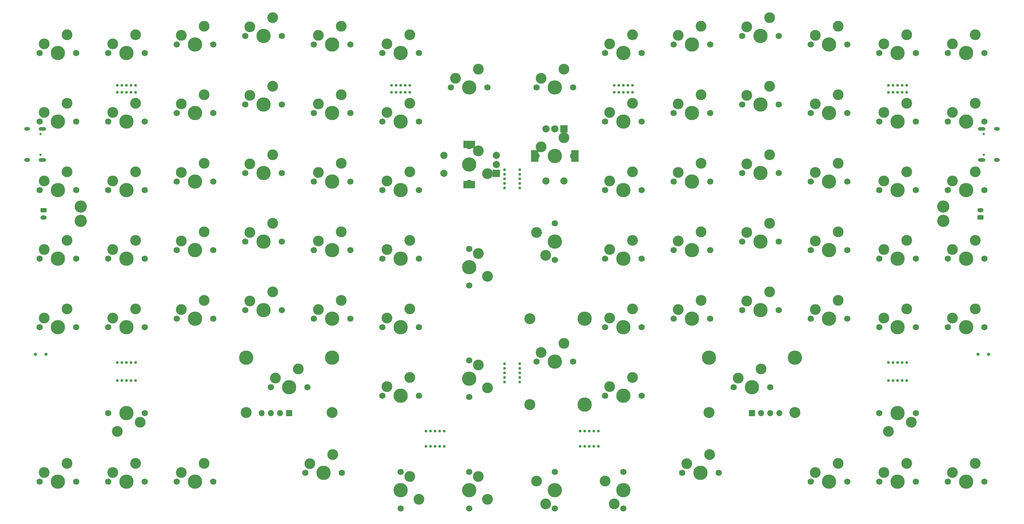
<source format=gts>
G04 #@! TF.GenerationSoftware,KiCad,Pcbnew,(5.1.10-1-10_14)*
G04 #@! TF.CreationDate,2021-09-12T14:18:21+10:00*
G04 #@! TF.ProjectId,pcb,7063622e-6b69-4636-9164-5f7063625858,rev?*
G04 #@! TF.SameCoordinates,Original*
G04 #@! TF.FileFunction,Soldermask,Top*
G04 #@! TF.FilePolarity,Negative*
%FSLAX46Y46*%
G04 Gerber Fmt 4.6, Leading zero omitted, Abs format (unit mm)*
G04 Created by KiCad (PCBNEW (5.1.10-1-10_14)) date 2021-09-12 14:18:21*
%MOMM*%
%LPD*%
G01*
G04 APERTURE LIST*
%ADD10O,3.400000X3.400000*%
%ADD11C,3.000000*%
%ADD12C,3.987800*%
%ADD13C,1.750000*%
%ADD14C,3.048000*%
%ADD15O,1.750000X1.200000*%
%ADD16O,1.700000X1.700000*%
%ADD17R,1.700000X1.700000*%
%ADD18C,0.787400*%
%ADD19C,2.000000*%
%ADD20R,2.000000X3.200000*%
%ADD21R,2.000000X2.000000*%
%ADD22R,3.200000X2.000000*%
%ADD23C,0.650000*%
%ADD24O,2.100000X1.000000*%
%ADD25O,1.600000X1.000000*%
%ADD26C,0.900000*%
G04 APERTURE END LIST*
D10*
X246062500Y-46656250D03*
X246062500Y-42656250D03*
X6350000Y-42656250D03*
X6350000Y-46656250D03*
D11*
X119380000Y-93027500D03*
D12*
X114300000Y-90487500D03*
D11*
X116840000Y-86677500D03*
D13*
X114300000Y-85407500D03*
X114300000Y-95567500D03*
X5080000Y-119062500D03*
X-5080000Y-119062500D03*
D11*
X-3810000Y-116522500D03*
D12*
X0Y-119062500D03*
D11*
X2540000Y-113982500D03*
D13*
X162242500Y-57150000D03*
X152082500Y-57150000D03*
D11*
X153352500Y-54610000D03*
D12*
X157162500Y-57150000D03*
D11*
X159702500Y-52070000D03*
X140652500Y-80645000D03*
D12*
X138112500Y-85725000D03*
D11*
X134302500Y-83185000D03*
D13*
X133032500Y-85725000D03*
X143192500Y-85725000D03*
D14*
X131127500Y-73787000D03*
D12*
X146367500Y-73787000D03*
X146367500Y-97663000D03*
D14*
X131127500Y-97663000D03*
D13*
X43180000Y-73818750D03*
X33020000Y-73818750D03*
D11*
X34290000Y-71278750D03*
D12*
X38100000Y-73818750D03*
D11*
X40640000Y-68738750D03*
D15*
X256381250Y-43656250D03*
G36*
G01*
X257006251Y-46256250D02*
X255756249Y-46256250D01*
G75*
G02*
X255506250Y-46006251I0J249999D01*
G01*
X255506250Y-45306249D01*
G75*
G02*
X255756249Y-45056250I249999J0D01*
G01*
X257006251Y-45056250D01*
G75*
G02*
X257256250Y-45306249I0J-249999D01*
G01*
X257256250Y-46006251D01*
G75*
G02*
X257006251Y-46256250I-249999J0D01*
G01*
G37*
X-3968750Y-45656250D03*
G36*
G01*
X-4593751Y-43056250D02*
X-3343749Y-43056250D01*
G75*
G02*
X-3093750Y-43306249I0J-249999D01*
G01*
X-3093750Y-44006251D01*
G75*
G02*
X-3343749Y-44256250I-249999J0D01*
G01*
X-4593751Y-44256250D01*
G75*
G02*
X-4843750Y-44006251I0J249999D01*
G01*
X-4843750Y-43306249D01*
G75*
G02*
X-4593751Y-43056250I249999J0D01*
G01*
G37*
D16*
X200501250Y-100012500D03*
X197961250Y-100012500D03*
X195421250Y-100012500D03*
D17*
X192881250Y-100012500D03*
D18*
X97790000Y-8985250D03*
X96520000Y-8985250D03*
X92710000Y-8985250D03*
X93980000Y-8985250D03*
X95250000Y-8985250D03*
X92710000Y-10858500D03*
X93980000Y-10858500D03*
X97790000Y-10858500D03*
X96520000Y-10858500D03*
X95250000Y-10858500D03*
D13*
X5080000Y0D03*
X-5080000Y0D03*
D11*
X-3810000Y2540000D03*
D12*
X0Y0D03*
D11*
X2540000Y5080000D03*
D18*
X19050000Y-8985250D03*
X17780000Y-8985250D03*
X16510000Y-8985250D03*
X20320000Y-8985250D03*
X21590000Y-8985250D03*
D13*
X24130000Y-19050000D03*
X13970000Y-19050000D03*
D11*
X15240000Y-16510000D03*
D12*
X19050000Y-19050000D03*
D11*
X21590000Y-13970000D03*
D13*
X181292500Y2381250D03*
X171132500Y2381250D03*
D11*
X172402500Y4921250D03*
D12*
X176212500Y2381250D03*
D11*
X178752500Y7461250D03*
D18*
X233362500Y-10858500D03*
X234632500Y-10858500D03*
X235902500Y-10858500D03*
X232092500Y-10858500D03*
X230822500Y-10858500D03*
D13*
X219392500Y-73818750D03*
X209232500Y-73818750D03*
D11*
X210502500Y-71278750D03*
D12*
X214312500Y-73818750D03*
D11*
X216852500Y-68738750D03*
D13*
X257492500Y-76200000D03*
X247332500Y-76200000D03*
D11*
X248602500Y-73660000D03*
D12*
X252412500Y-76200000D03*
D11*
X254952500Y-71120000D03*
D13*
X228282500Y-100012500D03*
X238442500Y-100012500D03*
D11*
X237172500Y-102552500D03*
D12*
X233362500Y-100012500D03*
D11*
X230822500Y-105092500D03*
D13*
X219392500Y-119062500D03*
X209232500Y-119062500D03*
D11*
X210502500Y-116522500D03*
D12*
X214312500Y-119062500D03*
D11*
X216852500Y-113982500D03*
D13*
X257492500Y-119062500D03*
X247332500Y-119062500D03*
D11*
X248602500Y-116522500D03*
D12*
X252412500Y-119062500D03*
D11*
X254952500Y-113982500D03*
D18*
X19050000Y-85979000D03*
X17780000Y-85979000D03*
X16510000Y-85979000D03*
X20320000Y-85979000D03*
X21590000Y-85979000D03*
X19050000Y-91027250D03*
X20320000Y-91027250D03*
X21590000Y-91027250D03*
X17780000Y-91027250D03*
X16510000Y-91027250D03*
X233362500Y-85979000D03*
X232092500Y-85979000D03*
X230822500Y-85979000D03*
X234632500Y-85979000D03*
X235902500Y-85979000D03*
X233362500Y-91027250D03*
X234632500Y-91027250D03*
X235902500Y-91027250D03*
X232092500Y-91027250D03*
X230822500Y-91027250D03*
D19*
X135612500Y-35575000D03*
X140612500Y-35575000D03*
D20*
X132512500Y-28575000D03*
X143712500Y-28575000D03*
D19*
X135612500Y-21075000D03*
X138112500Y-21075000D03*
D21*
X140612500Y-21075000D03*
D19*
X107300000Y-28456250D03*
X107300000Y-33456250D03*
D22*
X114300000Y-25356250D03*
X114300000Y-36556250D03*
D19*
X121800000Y-28456250D03*
X121800000Y-30956250D03*
D21*
X121800000Y-33456250D03*
D18*
X145097500Y-109283500D03*
X146367500Y-109283500D03*
X150177500Y-109283500D03*
X148907500Y-109283500D03*
X147637500Y-109283500D03*
X150177500Y-105029000D03*
X148907500Y-105029000D03*
X145097500Y-105029000D03*
X146367500Y-105029000D03*
X147637500Y-105029000D03*
D13*
X183673750Y-116681250D03*
X173513750Y-116681250D03*
D11*
X174783750Y-114141250D03*
D12*
X178593750Y-116681250D03*
D11*
X181133750Y-111601250D03*
D13*
X157162500Y-116363750D03*
X157162500Y-126523750D03*
D11*
X154622500Y-125253750D03*
D12*
X157162500Y-121443750D03*
D11*
X152082500Y-118903750D03*
D13*
X138112500Y-116363750D03*
X138112500Y-126523750D03*
D11*
X135572500Y-125253750D03*
D12*
X138112500Y-121443750D03*
D11*
X133032500Y-118903750D03*
D18*
X104775000Y-105029000D03*
X103505000Y-105029000D03*
X102235000Y-105029000D03*
X106045000Y-105029000D03*
X107315000Y-105029000D03*
X104775000Y-109283500D03*
X106045000Y-109283500D03*
X107315000Y-109283500D03*
X103505000Y-109283500D03*
X102235000Y-109283500D03*
X235902500Y-8985250D03*
X234632500Y-8985250D03*
X230822500Y-8985250D03*
X232092500Y-8985250D03*
X233362500Y-8985250D03*
X154622500Y-10858500D03*
X155892500Y-10858500D03*
X159702500Y-10858500D03*
X158432500Y-10858500D03*
X157162500Y-10858500D03*
X159702500Y-8985250D03*
X158432500Y-8985250D03*
X154622500Y-8985250D03*
X155892500Y-8985250D03*
X157162500Y-8985250D03*
X16510000Y-10858500D03*
X17780000Y-10858500D03*
X21590000Y-10858500D03*
X20320000Y-10858500D03*
X19050000Y-10858500D03*
X124079000Y-32385000D03*
X124079000Y-33655000D03*
X124079000Y-37465000D03*
X124079000Y-36195000D03*
X124079000Y-34925000D03*
X128333500Y-37465000D03*
X128333500Y-36195000D03*
X128333500Y-32385000D03*
X128333500Y-33655000D03*
X128333500Y-34925000D03*
X128333500Y-91440000D03*
X128333500Y-90170000D03*
X128333500Y-86360000D03*
X128333500Y-87630000D03*
X128333500Y-88900000D03*
X124079000Y-86360000D03*
X124079000Y-87630000D03*
X124079000Y-91440000D03*
X124079000Y-90170000D03*
X124079000Y-88900000D03*
D13*
X114300000Y-126523750D03*
X114300000Y-116363750D03*
D11*
X116840000Y-117633750D03*
D12*
X114300000Y-121443750D03*
D11*
X119380000Y-123983750D03*
D13*
X95250000Y-126523750D03*
X95250000Y-116363750D03*
D11*
X97790000Y-117633750D03*
D12*
X95250000Y-121443750D03*
D11*
X100330000Y-123983750D03*
D13*
X78898750Y-116681250D03*
X68738750Y-116681250D03*
D11*
X70008750Y-114141250D03*
D12*
X73818750Y-116681250D03*
D11*
X76358750Y-111601250D03*
D13*
X119380000Y-9525000D03*
X109220000Y-9525000D03*
D11*
X110490000Y-6985000D03*
D12*
X114300000Y-9525000D03*
D11*
X116840000Y-4445000D03*
D12*
X180943250Y-84613750D03*
X204819250Y-84613750D03*
D14*
X180943250Y-99853750D03*
X204819250Y-99853750D03*
D13*
X197961250Y-92868750D03*
X187801250Y-92868750D03*
D11*
X189071250Y-90328750D03*
D12*
X192881250Y-92868750D03*
D11*
X195421250Y-87788750D03*
D13*
X200342500Y-71437500D03*
X190182500Y-71437500D03*
D11*
X191452500Y-68897500D03*
D12*
X195262500Y-71437500D03*
D11*
X197802500Y-66357500D03*
X133032500Y-49847500D03*
D12*
X138112500Y-52387500D03*
D11*
X135572500Y-56197500D03*
D13*
X138112500Y-57467500D03*
X138112500Y-47307500D03*
X114300000Y-64611250D03*
X114300000Y-54451250D03*
D11*
X116840000Y-55721250D03*
D12*
X114300000Y-59531250D03*
D11*
X119380000Y-62071250D03*
D13*
X114300000Y-36036250D03*
X114300000Y-25876250D03*
D11*
X116840000Y-27146250D03*
D12*
X114300000Y-30956250D03*
D11*
X119380000Y-33496250D03*
D12*
X52355750Y-84613750D03*
X76231750Y-84613750D03*
D14*
X52355750Y-99853750D03*
X76231750Y-99853750D03*
D13*
X69373750Y-92868750D03*
X59213750Y-92868750D03*
D11*
X60483750Y-90328750D03*
D12*
X64293750Y-92868750D03*
D11*
X66833750Y-87788750D03*
D23*
X257275000Y-28290000D03*
X257275000Y-22510000D03*
D24*
X256745000Y-21080000D03*
X256745000Y-29720000D03*
D25*
X260925000Y-21080000D03*
X260925000Y-29720000D03*
D23*
X-4862500Y-22510000D03*
X-4862500Y-28290000D03*
D24*
X-4332500Y-29720000D03*
X-4332500Y-21080000D03*
D25*
X-8512500Y-29720000D03*
X-8512500Y-21080000D03*
D13*
X257492500Y-57150000D03*
X247332500Y-57150000D03*
D11*
X248602500Y-54610000D03*
D12*
X252412500Y-57150000D03*
D11*
X254952500Y-52070000D03*
D13*
X257492500Y-38100000D03*
X247332500Y-38100000D03*
D11*
X248602500Y-35560000D03*
D12*
X252412500Y-38100000D03*
D11*
X254952500Y-33020000D03*
D13*
X257492500Y-19050000D03*
X247332500Y-19050000D03*
D11*
X248602500Y-16510000D03*
D12*
X252412500Y-19050000D03*
D11*
X254952500Y-13970000D03*
D13*
X257492500Y0D03*
X247332500Y0D03*
D11*
X248602500Y2540000D03*
D12*
X252412500Y0D03*
D11*
X254952500Y5080000D03*
D13*
X238442500Y-76200000D03*
X228282500Y-76200000D03*
D11*
X229552500Y-73660000D03*
D12*
X233362500Y-76200000D03*
D11*
X235902500Y-71120000D03*
D13*
X238442500Y-57150000D03*
X228282500Y-57150000D03*
D11*
X229552500Y-54610000D03*
D12*
X233362500Y-57150000D03*
D11*
X235902500Y-52070000D03*
D13*
X238442500Y-38100000D03*
X228282500Y-38100000D03*
D11*
X229552500Y-35560000D03*
D12*
X233362500Y-38100000D03*
D11*
X235902500Y-33020000D03*
D13*
X238442500Y-19050000D03*
X228282500Y-19050000D03*
D11*
X229552500Y-16510000D03*
D12*
X233362500Y-19050000D03*
D11*
X235902500Y-13970000D03*
D13*
X238442500Y0D03*
X228282500Y0D03*
D11*
X229552500Y2540000D03*
D12*
X233362500Y0D03*
D11*
X235902500Y5080000D03*
D13*
X219392500Y-54768750D03*
X209232500Y-54768750D03*
D11*
X210502500Y-52228750D03*
D12*
X214312500Y-54768750D03*
D11*
X216852500Y-49688750D03*
D13*
X219392500Y-35718750D03*
X209232500Y-35718750D03*
D11*
X210502500Y-33178750D03*
D12*
X214312500Y-35718750D03*
D11*
X216852500Y-30638750D03*
D13*
X219392500Y-16668750D03*
X209232500Y-16668750D03*
D11*
X210502500Y-14128750D03*
D12*
X214312500Y-16668750D03*
D11*
X216852500Y-11588750D03*
D13*
X219392500Y2381250D03*
X209232500Y2381250D03*
D11*
X210502500Y4921250D03*
D12*
X214312500Y2381250D03*
D11*
X216852500Y7461250D03*
D13*
X200342500Y-52387500D03*
X190182500Y-52387500D03*
D11*
X191452500Y-49847500D03*
D12*
X195262500Y-52387500D03*
D11*
X197802500Y-47307500D03*
D13*
X200342500Y-33337500D03*
X190182500Y-33337500D03*
D11*
X191452500Y-30797500D03*
D12*
X195262500Y-33337500D03*
D11*
X197802500Y-28257500D03*
D13*
X200342500Y-14287500D03*
X190182500Y-14287500D03*
D11*
X191452500Y-11747500D03*
D12*
X195262500Y-14287500D03*
D11*
X197802500Y-9207500D03*
D13*
X200342500Y4762500D03*
X190182500Y4762500D03*
D11*
X191452500Y7302500D03*
D12*
X195262500Y4762500D03*
D11*
X197802500Y9842500D03*
D13*
X181292500Y-73818750D03*
X171132500Y-73818750D03*
D11*
X172402500Y-71278750D03*
D12*
X176212500Y-73818750D03*
D11*
X178752500Y-68738750D03*
D13*
X181292500Y-54768750D03*
X171132500Y-54768750D03*
D11*
X172402500Y-52228750D03*
D12*
X176212500Y-54768750D03*
D11*
X178752500Y-49688750D03*
D13*
X181292500Y-35718750D03*
X171132500Y-35718750D03*
D11*
X172402500Y-33178750D03*
D12*
X176212500Y-35718750D03*
D11*
X178752500Y-30638750D03*
D13*
X181292500Y-16668750D03*
X171132500Y-16668750D03*
D11*
X172402500Y-14128750D03*
D12*
X176212500Y-16668750D03*
D11*
X178752500Y-11588750D03*
D13*
X238442500Y-119062500D03*
X228282500Y-119062500D03*
D11*
X229552500Y-116522500D03*
D12*
X233362500Y-119062500D03*
D11*
X235902500Y-113982500D03*
D13*
X162242500Y-95250000D03*
X152082500Y-95250000D03*
D11*
X153352500Y-92710000D03*
D12*
X157162500Y-95250000D03*
D11*
X159702500Y-90170000D03*
D13*
X162242500Y-76200000D03*
X152082500Y-76200000D03*
D11*
X153352500Y-73660000D03*
D12*
X157162500Y-76200000D03*
D11*
X159702500Y-71120000D03*
D13*
X162242500Y-38100000D03*
X152082500Y-38100000D03*
D11*
X153352500Y-35560000D03*
D12*
X157162500Y-38100000D03*
D11*
X159702500Y-33020000D03*
D13*
X162242500Y-19050000D03*
X152082500Y-19050000D03*
D11*
X153352500Y-16510000D03*
D12*
X157162500Y-19050000D03*
D11*
X159702500Y-13970000D03*
D13*
X162242500Y0D03*
X152082500Y0D03*
D11*
X153352500Y2540000D03*
D12*
X157162500Y0D03*
D11*
X159702500Y5080000D03*
D13*
X143192500Y-28575000D03*
X133032500Y-28575000D03*
D11*
X134302500Y-26035000D03*
D12*
X138112500Y-28575000D03*
D11*
X140652500Y-23495000D03*
D13*
X143192500Y-9525000D03*
X133032500Y-9525000D03*
D11*
X134302500Y-6985000D03*
D12*
X138112500Y-9525000D03*
D11*
X140652500Y-4445000D03*
D26*
X255675000Y-83673750D03*
X258675000Y-83673750D03*
D13*
X100330000Y-95250000D03*
X90170000Y-95250000D03*
D11*
X91440000Y-92710000D03*
D12*
X95250000Y-95250000D03*
D11*
X97790000Y-90170000D03*
D26*
X-6262500Y-83673750D03*
X-3262500Y-83673750D03*
D13*
X100330000Y-76200000D03*
X90170000Y-76200000D03*
D11*
X91440000Y-73660000D03*
D12*
X95250000Y-76200000D03*
D11*
X97790000Y-71120000D03*
D13*
X100330000Y-57150000D03*
X90170000Y-57150000D03*
D11*
X91440000Y-54610000D03*
D12*
X95250000Y-57150000D03*
D11*
X97790000Y-52070000D03*
D13*
X100330000Y-38100000D03*
X90170000Y-38100000D03*
D11*
X91440000Y-35560000D03*
D12*
X95250000Y-38100000D03*
D11*
X97790000Y-33020000D03*
D13*
X100330000Y-19050000D03*
X90170000Y-19050000D03*
D11*
X91440000Y-16510000D03*
D12*
X95250000Y-19050000D03*
D11*
X97790000Y-13970000D03*
D13*
X100330000Y0D03*
X90170000Y0D03*
D11*
X91440000Y2540000D03*
D12*
X95250000Y0D03*
D11*
X97790000Y5080000D03*
D13*
X81280000Y-73818750D03*
X71120000Y-73818750D03*
D11*
X72390000Y-71278750D03*
D12*
X76200000Y-73818750D03*
D11*
X78740000Y-68738750D03*
D13*
X81280000Y-54768750D03*
X71120000Y-54768750D03*
D11*
X72390000Y-52228750D03*
D12*
X76200000Y-54768750D03*
D11*
X78740000Y-49688750D03*
D13*
X81280000Y-35718750D03*
X71120000Y-35718750D03*
D11*
X72390000Y-33178750D03*
D12*
X76200000Y-35718750D03*
D11*
X78740000Y-30638750D03*
D13*
X81280000Y-16668750D03*
X71120000Y-16668750D03*
D11*
X72390000Y-14128750D03*
D12*
X76200000Y-16668750D03*
D11*
X78740000Y-11588750D03*
D13*
X81280000Y2381250D03*
X71120000Y2381250D03*
D11*
X72390000Y4921250D03*
D12*
X76200000Y2381250D03*
D11*
X78740000Y7461250D03*
D13*
X62230000Y-71437500D03*
X52070000Y-71437500D03*
D11*
X53340000Y-68897500D03*
D12*
X57150000Y-71437500D03*
D11*
X59690000Y-66357500D03*
D13*
X62230000Y-52387500D03*
X52070000Y-52387500D03*
D11*
X53340000Y-49847500D03*
D12*
X57150000Y-52387500D03*
D11*
X59690000Y-47307500D03*
D13*
X62230000Y-33337500D03*
X52070000Y-33337500D03*
D11*
X53340000Y-30797500D03*
D12*
X57150000Y-33337500D03*
D11*
X59690000Y-28257500D03*
D13*
X62230000Y-14287500D03*
X52070000Y-14287500D03*
D11*
X53340000Y-11747500D03*
D12*
X57150000Y-14287500D03*
D11*
X59690000Y-9207500D03*
D13*
X62230000Y4762500D03*
X52070000Y4762500D03*
D11*
X53340000Y7302500D03*
D12*
X57150000Y4762500D03*
D11*
X59690000Y9842500D03*
D13*
X43180000Y-54768750D03*
X33020000Y-54768750D03*
D11*
X34290000Y-52228750D03*
D12*
X38100000Y-54768750D03*
D11*
X40640000Y-49688750D03*
D13*
X43180000Y-35718750D03*
X33020000Y-35718750D03*
D11*
X34290000Y-33178750D03*
D12*
X38100000Y-35718750D03*
D11*
X40640000Y-30638750D03*
D13*
X43180000Y-16668750D03*
X33020000Y-16668750D03*
D11*
X34290000Y-14128750D03*
D12*
X38100000Y-16668750D03*
D11*
X40640000Y-11588750D03*
D13*
X43180000Y2381250D03*
X33020000Y2381250D03*
D11*
X34290000Y4921250D03*
D12*
X38100000Y2381250D03*
D11*
X40640000Y7461250D03*
D13*
X43180000Y-119062500D03*
X33020000Y-119062500D03*
D11*
X34290000Y-116522500D03*
D12*
X38100000Y-119062500D03*
D11*
X40640000Y-113982500D03*
D13*
X24130000Y-76200000D03*
X13970000Y-76200000D03*
D11*
X15240000Y-73660000D03*
D12*
X19050000Y-76200000D03*
D11*
X21590000Y-71120000D03*
D13*
X24130000Y-57150000D03*
X13970000Y-57150000D03*
D11*
X15240000Y-54610000D03*
D12*
X19050000Y-57150000D03*
D11*
X21590000Y-52070000D03*
D13*
X24130000Y-38100000D03*
X13970000Y-38100000D03*
D11*
X15240000Y-35560000D03*
D12*
X19050000Y-38100000D03*
D11*
X21590000Y-33020000D03*
D13*
X24130000Y0D03*
X13970000Y0D03*
D11*
X15240000Y2540000D03*
D12*
X19050000Y0D03*
D11*
X21590000Y5080000D03*
D13*
X24130000Y-119062500D03*
X13970000Y-119062500D03*
D11*
X15240000Y-116522500D03*
D12*
X19050000Y-119062500D03*
D11*
X21590000Y-113982500D03*
D13*
X13970000Y-100012500D03*
X24130000Y-100012500D03*
D11*
X22860000Y-102552500D03*
D12*
X19050000Y-100012500D03*
D11*
X16510000Y-105092500D03*
D13*
X5080000Y-76200000D03*
X-5080000Y-76200000D03*
D11*
X-3810000Y-73660000D03*
D12*
X0Y-76200000D03*
D11*
X2540000Y-71120000D03*
D13*
X5080000Y-57150000D03*
X-5080000Y-57150000D03*
D11*
X-3810000Y-54610000D03*
D12*
X0Y-57150000D03*
D11*
X2540000Y-52070000D03*
D13*
X5080000Y-38100000D03*
X-5080000Y-38100000D03*
D11*
X-3810000Y-35560000D03*
D12*
X0Y-38100000D03*
D11*
X2540000Y-33020000D03*
D13*
X5080000Y-19050000D03*
X-5080000Y-19050000D03*
D11*
X-3810000Y-16510000D03*
D12*
X0Y-19050000D03*
D11*
X2540000Y-13970000D03*
D16*
X56673750Y-100012500D03*
X59213750Y-100012500D03*
X61753750Y-100012500D03*
D17*
X64293750Y-100012500D03*
M02*

</source>
